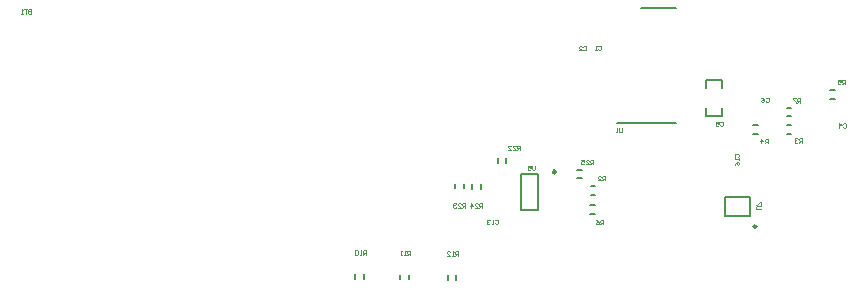
<source format=gbo>
G04*
G04 #@! TF.GenerationSoftware,Altium Limited,Altium Designer,20.1.7 (139)*
G04*
G04 Layer_Color=32896*
%FSLAX23Y23*%
%MOIN*%
G70*
G04*
G04 #@! TF.SameCoordinates,7C998F9C-D2B3-43E1-8EDA-AE96681A2DE1*
G04*
G04*
G04 #@! TF.FilePolarity,Positive*
G04*
G01*
G75*
%ADD10C,0.010*%
%ADD11C,0.007*%
%ADD13C,0.008*%
%ADD17C,0.004*%
D10*
X2509Y563D02*
G03*
X2509Y563I-5J0D01*
G01*
X1840Y745D02*
G03*
X1840Y745I-5J0D01*
G01*
D11*
X2394Y932D02*
Y957D01*
X2340Y932D02*
X2394D01*
X2340D02*
Y957D01*
Y1025D02*
Y1051D01*
X2394D01*
Y1025D02*
Y1051D01*
D13*
X2405Y599D02*
Y662D01*
X2488Y599D02*
Y662D01*
X2405D02*
X2488D01*
X2405Y599D02*
X2488D01*
X2498Y900D02*
X2514D01*
X2498Y872D02*
X2514D01*
X2124Y1293D02*
X2242D01*
X2045Y908D02*
X2242D01*
X1724Y617D02*
X1780D01*
X1724Y739D02*
X1780D01*
X1724Y617D02*
Y739D01*
X1780Y617D02*
Y739D01*
X1956Y697D02*
X1972D01*
X1956Y669D02*
X1972D01*
X1955Y634D02*
X1971D01*
X1955Y606D02*
X1971D01*
X1912Y753D02*
X1928D01*
X1912Y725D02*
X1928D01*
X1674Y776D02*
Y792D01*
X1646Y776D02*
Y792D01*
X1505Y690D02*
Y706D01*
X1533Y690D02*
Y706D01*
X1562Y689D02*
Y704D01*
X1590Y689D02*
Y704D01*
X2609Y872D02*
X2625D01*
X2609Y900D02*
X2625D01*
X2609Y931D02*
X2624D01*
X2609Y959D02*
X2624D01*
X2753Y1017D02*
X2769D01*
X2753Y989D02*
X2769D01*
X1508Y385D02*
Y401D01*
X1480Y385D02*
Y401D01*
X1349Y387D02*
Y402D01*
X1321Y387D02*
Y402D01*
X1200Y388D02*
Y404D01*
X1172Y388D02*
Y404D01*
D17*
X2438Y795D02*
X2436Y797D01*
Y802D01*
X2438Y805D01*
X2448D01*
X2451Y802D01*
Y797D01*
X2448Y795D01*
X2451Y790D02*
Y785D01*
Y787D01*
X2436D01*
X2438Y790D01*
X2436Y767D02*
X2438Y772D01*
X2443Y777D01*
X2448D01*
X2451Y775D01*
Y770D01*
X2448Y767D01*
X2446D01*
X2443Y770D01*
Y777D01*
X2523Y621D02*
X2510D01*
X2508Y623D01*
Y628D01*
X2510Y631D01*
X2523D01*
Y636D02*
Y646D01*
X2520D01*
X2510Y636D01*
X2508D01*
X92Y1287D02*
Y1273D01*
X85D01*
X82Y1275D01*
Y1278D01*
X85Y1280D01*
X92D01*
X85D01*
X82Y1282D01*
Y1285D01*
X85Y1287D01*
X92D01*
X77D02*
X68D01*
X73D01*
Y1273D01*
X63D02*
X58D01*
X60D01*
Y1287D01*
X63Y1285D01*
X1770Y766D02*
Y754D01*
X1768Y752D01*
X1763D01*
X1760Y754D01*
Y766D01*
X1746D02*
X1756D01*
Y759D01*
X1751Y761D01*
X1748D01*
X1746Y759D01*
Y754D01*
X1748Y752D01*
X1753D01*
X1756Y754D01*
X2060Y891D02*
Y879D01*
X2057Y877D01*
X2052D01*
X2050Y879D01*
Y891D01*
X2045Y877D02*
X2040D01*
X2043D01*
Y891D01*
X2045Y889D01*
X1965Y771D02*
Y785D01*
X1957D01*
X1955Y783D01*
Y778D01*
X1957Y776D01*
X1965D01*
X1960D02*
X1955Y771D01*
X1940D02*
X1950D01*
X1940Y780D01*
Y783D01*
X1943Y785D01*
X1947D01*
X1950Y783D01*
X1925Y785D02*
X1935D01*
Y778D01*
X1930Y780D01*
X1928D01*
X1925Y778D01*
Y773D01*
X1928Y771D01*
X1933D01*
X1935Y773D01*
X1595Y626D02*
Y640D01*
X1587D01*
X1585Y638D01*
Y633D01*
X1587Y631D01*
X1595D01*
X1590D02*
X1585Y626D01*
X1570D02*
X1580D01*
X1570Y635D01*
Y638D01*
X1573Y640D01*
X1577D01*
X1580Y638D01*
X1558Y626D02*
Y640D01*
X1565Y633D01*
X1555D01*
X1538Y626D02*
Y641D01*
X1530D01*
X1528Y639D01*
Y634D01*
X1530Y631D01*
X1538D01*
X1533D02*
X1528Y626D01*
X1513D02*
X1523D01*
X1513Y636D01*
Y639D01*
X1516Y641D01*
X1520D01*
X1523Y639D01*
X1508D02*
X1506Y641D01*
X1501D01*
X1498Y639D01*
Y636D01*
X1501Y634D01*
X1503D01*
X1501D01*
X1498Y631D01*
Y629D01*
X1501Y626D01*
X1506D01*
X1508Y629D01*
X1721Y819D02*
Y833D01*
X1713D01*
X1711Y831D01*
Y826D01*
X1713Y824D01*
X1721D01*
X1716D02*
X1711Y819D01*
X1696D02*
X1706D01*
X1696Y828D01*
Y831D01*
X1699Y833D01*
X1703D01*
X1706Y831D01*
X1681Y819D02*
X1691D01*
X1681Y828D01*
Y831D01*
X1684Y833D01*
X1689D01*
X1691Y831D01*
X1514Y466D02*
Y481D01*
X1507D01*
X1504Y478D01*
Y473D01*
X1507Y471D01*
X1514D01*
X1509D02*
X1504Y466D01*
X1499D02*
X1494D01*
X1497D01*
Y481D01*
X1499Y478D01*
X1477Y466D02*
X1487D01*
X1477Y476D01*
Y478D01*
X1479Y481D01*
X1484D01*
X1487Y478D01*
X1355Y468D02*
Y483D01*
X1348D01*
X1345Y480D01*
Y475D01*
X1348Y473D01*
X1355D01*
X1350D02*
X1345Y468D01*
X1340D02*
X1335D01*
X1338D01*
Y483D01*
X1340Y480D01*
X1328Y468D02*
X1323D01*
X1325D01*
Y483D01*
X1328Y480D01*
X1206Y469D02*
Y484D01*
X1199D01*
X1196Y481D01*
Y476D01*
X1199Y474D01*
X1206D01*
X1201D02*
X1196Y469D01*
X1191D02*
X1186D01*
X1189D01*
Y484D01*
X1191Y481D01*
X1179D02*
X1176Y484D01*
X1171D01*
X1169Y481D01*
Y471D01*
X1171Y469D01*
X1176D01*
X1179Y471D01*
Y481D01*
X2655Y976D02*
Y990D01*
X2648D01*
X2645Y988D01*
Y983D01*
X2648Y981D01*
X2655D01*
X2650D02*
X2645Y976D01*
X2641Y990D02*
X2631D01*
Y988D01*
X2641Y978D01*
Y976D01*
X1998Y571D02*
Y585D01*
X1991D01*
X1988Y583D01*
Y578D01*
X1991Y576D01*
X1998D01*
X1993D02*
X1988Y571D01*
X1974Y585D02*
X1979Y583D01*
X1984Y578D01*
Y573D01*
X1981Y571D01*
X1976D01*
X1974Y573D01*
Y576D01*
X1976Y578D01*
X1984D01*
X2804Y1038D02*
Y1052D01*
X2797D01*
X2794Y1050D01*
Y1045D01*
X2797Y1043D01*
X2804D01*
X2799D02*
X2794Y1038D01*
X2780Y1052D02*
X2790D01*
Y1045D01*
X2785Y1047D01*
X2782D01*
X2780Y1045D01*
Y1040D01*
X2782Y1038D01*
X2787D01*
X2790Y1040D01*
X2546Y840D02*
Y855D01*
X2539D01*
X2536Y853D01*
Y848D01*
X2539Y845D01*
X2546D01*
X2541D02*
X2536Y840D01*
X2524D02*
Y855D01*
X2531Y848D01*
X2521D01*
X2660Y843D02*
Y857D01*
X2653D01*
X2650Y855D01*
Y850D01*
X2653Y848D01*
X2660D01*
X2655D02*
X2650Y843D01*
X2646Y855D02*
X2643Y857D01*
X2638D01*
X2636Y855D01*
Y852D01*
X2638Y850D01*
X2641D01*
X2638D01*
X2636Y848D01*
Y845D01*
X2638Y843D01*
X2643D01*
X2646Y845D01*
X2005Y717D02*
Y731D01*
X1998D01*
X1995Y729D01*
Y724D01*
X1998Y722D01*
X2005D01*
X2000D02*
X1995Y717D01*
X1981D02*
X1991D01*
X1981Y726D01*
Y729D01*
X1983Y731D01*
X1988D01*
X1991Y729D01*
X1637Y584D02*
X1639Y586D01*
X1644D01*
X1647Y584D01*
Y574D01*
X1644Y572D01*
X1639D01*
X1637Y574D01*
X1632Y572D02*
X1627D01*
X1629D01*
Y586D01*
X1632Y584D01*
X1619D02*
X1617Y586D01*
X1612D01*
X1609Y584D01*
Y581D01*
X1612Y579D01*
X1614D01*
X1612D01*
X1609Y577D01*
Y574D01*
X1612Y572D01*
X1617D01*
X1619Y574D01*
X2539Y990D02*
X2542Y992D01*
X2547D01*
X2549Y990D01*
Y980D01*
X2547Y978D01*
X2542D01*
X2539Y980D01*
X2525Y992D02*
X2530Y990D01*
X2535Y985D01*
Y980D01*
X2532Y978D01*
X2527D01*
X2525Y980D01*
Y983D01*
X2527Y985D01*
X2535D01*
X2387Y911D02*
X2390Y913D01*
X2395D01*
X2397Y911D01*
Y901D01*
X2395Y899D01*
X2390D01*
X2387Y901D01*
X2373Y913D02*
X2383D01*
Y906D01*
X2378Y908D01*
X2375D01*
X2373Y906D01*
Y901D01*
X2375Y899D01*
X2380D01*
X2383Y901D01*
X2797Y905D02*
X2800Y907D01*
X2805D01*
X2807Y905D01*
Y895D01*
X2805Y893D01*
X2800D01*
X2797Y895D01*
X2785Y893D02*
Y907D01*
X2793Y900D01*
X2783D01*
X1931Y1162D02*
X1934Y1164D01*
X1939D01*
X1941Y1162D01*
Y1152D01*
X1939Y1150D01*
X1934D01*
X1931Y1152D01*
X1917Y1150D02*
X1927D01*
X1917Y1159D01*
Y1162D01*
X1919Y1164D01*
X1924D01*
X1927Y1162D01*
X1981Y1164D02*
X1983Y1166D01*
X1988D01*
X1991Y1164D01*
Y1154D01*
X1988Y1152D01*
X1983D01*
X1981Y1154D01*
X1976Y1152D02*
X1971D01*
X1974D01*
Y1166D01*
X1976Y1164D01*
M02*

</source>
